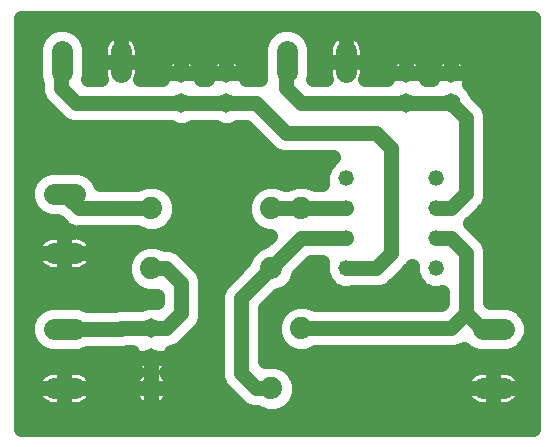
<source format=gbl>
G75*
%MOIN*%
%OFA0B0*%
%FSLAX24Y24*%
%IPPOS*%
%LPD*%
%AMOC8*
5,1,8,0,0,1.08239X$1,22.5*
%
%ADD10C,0.0520*%
%ADD11C,0.0740*%
%ADD12C,0.0650*%
%ADD13C,0.0700*%
%ADD14C,0.0500*%
D10*
X019333Y010000D03*
X019333Y011000D03*
X019333Y012000D03*
X019333Y013000D03*
X022333Y013000D03*
X022333Y012000D03*
X022333Y011000D03*
X022333Y010000D03*
D11*
X017833Y008000D03*
X016833Y006000D03*
X012833Y006000D03*
X012833Y010000D03*
X012833Y012000D03*
X016833Y012000D03*
X017833Y012000D03*
X016833Y010000D03*
D12*
X012833Y008000D03*
X012833Y007000D03*
X013833Y015500D03*
X013833Y016500D03*
X015333Y016500D03*
X015333Y015500D03*
X021333Y015500D03*
X022833Y015500D03*
X022833Y016500D03*
X021333Y016500D03*
D13*
X019318Y016544D02*
X019318Y017244D01*
X017349Y017244D02*
X017349Y016544D01*
X011818Y016544D02*
X011818Y017244D01*
X009849Y017244D02*
X009849Y016544D01*
X009590Y012484D02*
X010290Y012484D01*
X010290Y010516D02*
X009590Y010516D01*
X009590Y007984D02*
X010290Y007984D01*
X010290Y006016D02*
X009590Y006016D01*
X023877Y006016D02*
X024577Y006016D01*
X024577Y007984D02*
X023877Y007984D01*
D14*
X008483Y004650D02*
X008483Y018346D01*
X025553Y018346D01*
X025553Y004650D01*
X008483Y004650D01*
X008483Y004957D02*
X025553Y004957D01*
X024967Y005432D02*
X024887Y005387D01*
X024803Y005351D01*
X024714Y005328D01*
X024623Y005316D01*
X024227Y005316D01*
X024227Y006016D01*
X024227Y006716D01*
X023831Y006716D01*
X023740Y006704D01*
X023652Y006680D01*
X023567Y006645D01*
X023487Y006599D01*
X023415Y006543D01*
X023350Y006478D01*
X023294Y006405D01*
X023248Y006326D01*
X023213Y006241D01*
X023189Y006153D01*
X023177Y006062D01*
X023177Y006016D01*
X024227Y006016D01*
X024227Y006016D01*
X024227Y006716D01*
X024623Y006716D01*
X024714Y006704D01*
X024803Y006680D01*
X024887Y006645D01*
X024967Y006599D01*
X025040Y006543D01*
X025104Y006478D01*
X025160Y006405D01*
X025206Y006326D01*
X025241Y006241D01*
X025265Y006153D01*
X025277Y006062D01*
X025277Y006016D01*
X024227Y006016D01*
X024227Y006016D01*
X024227Y006016D01*
X023177Y006016D01*
X023177Y005970D01*
X023189Y005879D01*
X023213Y005790D01*
X023248Y005705D01*
X023294Y005626D01*
X023350Y005553D01*
X023415Y005488D01*
X023487Y005432D01*
X023567Y005387D01*
X023652Y005351D01*
X023740Y005328D01*
X023831Y005316D01*
X024227Y005316D01*
X024227Y006016D01*
X025277Y006016D01*
X025277Y005970D01*
X025265Y005879D01*
X025241Y005790D01*
X025206Y005705D01*
X025160Y005626D01*
X025104Y005553D01*
X025040Y005488D01*
X024967Y005432D01*
X024996Y005455D02*
X025553Y005455D01*
X025553Y005954D02*
X025275Y005954D01*
X025125Y006452D02*
X025553Y006452D01*
X025553Y006951D02*
X016633Y006951D01*
X016650Y006920D02*
X016633Y006913D01*
X016633Y008669D01*
X017065Y009100D01*
X017354Y009220D01*
X017613Y009479D01*
X017733Y009769D01*
X018165Y010200D01*
X018539Y010200D01*
X018523Y010161D01*
X018523Y009839D01*
X018647Y009541D01*
X018875Y009313D01*
X019172Y009190D01*
X019494Y009190D01*
X019519Y009200D01*
X020492Y009200D01*
X020786Y009322D01*
X021012Y009547D01*
X021286Y009822D01*
X021512Y010047D01*
X021523Y010075D01*
X021523Y009839D01*
X021647Y009541D01*
X021875Y009313D01*
X022172Y009190D01*
X022494Y009190D01*
X022533Y009206D01*
X022533Y008831D01*
X022502Y008800D01*
X018306Y008800D01*
X018016Y008920D01*
X017650Y008920D01*
X017312Y008780D01*
X017053Y008521D01*
X016913Y008183D01*
X016913Y007817D01*
X017053Y007479D01*
X017312Y007220D01*
X017650Y007080D01*
X018016Y007080D01*
X018306Y007200D01*
X022992Y007200D01*
X023272Y007316D01*
X023367Y007221D01*
X023698Y007084D01*
X024756Y007084D01*
X025087Y007221D01*
X025340Y007474D01*
X025477Y007805D01*
X025477Y008163D01*
X025340Y008494D01*
X025087Y008747D01*
X024756Y008884D01*
X024133Y008884D01*
X024133Y010659D01*
X024012Y010953D01*
X023786Y011178D01*
X023465Y011500D01*
X023512Y011547D01*
X024012Y012047D01*
X024133Y012341D01*
X024133Y015159D01*
X024012Y015453D01*
X023650Y015815D01*
X023575Y015996D01*
X023414Y016156D01*
X023440Y016201D01*
X023474Y016283D01*
X023497Y016368D01*
X023508Y016456D01*
X023508Y016500D01*
X023508Y016544D01*
X023497Y016632D01*
X023474Y016717D01*
X023440Y016799D01*
X023396Y016876D01*
X023342Y016946D01*
X023279Y017009D01*
X023209Y017062D01*
X023133Y017107D01*
X023051Y017141D01*
X022965Y017163D01*
X022878Y017175D01*
X022833Y017175D01*
X022789Y017175D01*
X022701Y017163D01*
X022616Y017141D01*
X022534Y017107D01*
X022458Y017062D01*
X022387Y017009D01*
X022325Y016946D01*
X022271Y016876D01*
X022227Y016799D01*
X022193Y016717D01*
X022170Y016632D01*
X022158Y016544D01*
X022158Y016500D01*
X022833Y016500D01*
X022158Y016500D01*
X022158Y016456D01*
X022170Y016368D01*
X022188Y016300D01*
X021979Y016300D01*
X021997Y016368D01*
X022008Y016456D01*
X022008Y016500D01*
X022008Y016544D01*
X021997Y016632D01*
X021974Y016717D01*
X021940Y016799D01*
X021896Y016876D01*
X021842Y016946D01*
X021779Y017009D01*
X021709Y017062D01*
X021633Y017107D01*
X021551Y017141D01*
X021465Y017163D01*
X021378Y017175D01*
X021333Y017175D01*
X021289Y017175D01*
X021201Y017163D01*
X021116Y017141D01*
X021034Y017107D01*
X020958Y017062D01*
X020887Y017009D01*
X020825Y016946D01*
X020771Y016876D01*
X020727Y016799D01*
X020693Y016717D01*
X020670Y016632D01*
X020658Y016544D01*
X020658Y016500D01*
X021333Y016500D01*
X020658Y016500D01*
X020658Y016456D01*
X020670Y016368D01*
X020688Y016300D01*
X019974Y016300D01*
X019982Y016318D01*
X020006Y016407D01*
X020018Y016498D01*
X020018Y016894D01*
X020018Y017290D01*
X020006Y017381D01*
X019982Y017469D01*
X019947Y017554D01*
X019901Y017633D01*
X019845Y017706D01*
X019780Y017771D01*
X019707Y017827D01*
X019628Y017873D01*
X019543Y017908D01*
X019454Y017932D01*
X019363Y017944D01*
X019318Y017944D01*
X019318Y016894D01*
X020018Y016894D01*
X019318Y016894D01*
X019318Y016894D01*
X019318Y016894D01*
X019318Y017944D01*
X019272Y017944D01*
X019181Y017932D01*
X019092Y017908D01*
X019007Y017873D01*
X018928Y017827D01*
X018855Y017771D01*
X018790Y017706D01*
X018734Y017633D01*
X018688Y017554D01*
X018653Y017469D01*
X018630Y017381D01*
X018618Y017290D01*
X018618Y016894D01*
X019318Y016894D01*
X019318Y016894D01*
X018618Y016894D01*
X018618Y016498D01*
X018630Y016407D01*
X018653Y016318D01*
X018661Y016300D01*
X018222Y016300D01*
X018249Y016365D01*
X018249Y017423D01*
X018112Y017754D01*
X017859Y018007D01*
X017528Y018144D01*
X017170Y018144D01*
X016839Y018007D01*
X016586Y017754D01*
X016449Y017423D01*
X016449Y016365D01*
X016476Y016300D01*
X015979Y016300D01*
X015997Y016368D01*
X016008Y016456D01*
X016008Y016500D01*
X016008Y016544D01*
X015997Y016632D01*
X015974Y016717D01*
X015940Y016799D01*
X015896Y016876D01*
X015842Y016946D01*
X015779Y017009D01*
X015709Y017062D01*
X015633Y017107D01*
X015551Y017141D01*
X015465Y017163D01*
X015378Y017175D01*
X015333Y017175D01*
X015289Y017175D01*
X015201Y017163D01*
X015116Y017141D01*
X015034Y017107D01*
X014958Y017062D01*
X014887Y017009D01*
X014825Y016946D01*
X014771Y016876D01*
X014727Y016799D01*
X014693Y016717D01*
X014670Y016632D01*
X014658Y016544D01*
X014658Y016500D01*
X015333Y016500D01*
X014658Y016500D01*
X014658Y016456D01*
X014670Y016368D01*
X014688Y016300D01*
X014479Y016300D01*
X014497Y016368D01*
X014508Y016456D01*
X014508Y016500D01*
X014508Y016544D01*
X014497Y016632D01*
X014474Y016717D01*
X014440Y016799D01*
X014396Y016876D01*
X014342Y016946D01*
X014279Y017009D01*
X014209Y017062D01*
X014133Y017107D01*
X014051Y017141D01*
X013965Y017163D01*
X013878Y017175D01*
X013833Y017175D01*
X013789Y017175D01*
X013701Y017163D01*
X013616Y017141D01*
X013534Y017107D01*
X013458Y017062D01*
X013387Y017009D01*
X013325Y016946D01*
X013271Y016876D01*
X013227Y016799D01*
X013193Y016717D01*
X013170Y016632D01*
X013158Y016544D01*
X013158Y016500D01*
X013833Y016500D01*
X013158Y016500D01*
X013158Y016456D01*
X013170Y016368D01*
X013188Y016300D01*
X012474Y016300D01*
X012482Y016318D01*
X012506Y016407D01*
X012518Y016498D01*
X012518Y016894D01*
X012518Y017290D01*
X012506Y017381D01*
X012482Y017469D01*
X012447Y017554D01*
X012401Y017633D01*
X012345Y017706D01*
X012280Y017771D01*
X012207Y017827D01*
X012128Y017873D01*
X012043Y017908D01*
X011954Y017932D01*
X011863Y017944D01*
X011818Y017944D01*
X011818Y016894D01*
X012518Y016894D01*
X011818Y016894D01*
X011818Y016894D01*
X011818Y016894D01*
X011818Y017944D01*
X011772Y017944D01*
X011681Y017932D01*
X011592Y017908D01*
X011507Y017873D01*
X011428Y017827D01*
X011355Y017771D01*
X011290Y017706D01*
X011234Y017633D01*
X011188Y017554D01*
X011153Y017469D01*
X011130Y017381D01*
X011118Y017290D01*
X011118Y016894D01*
X011818Y016894D01*
X011818Y016894D01*
X011118Y016894D01*
X011118Y016498D01*
X011130Y016407D01*
X011153Y016318D01*
X011161Y016300D01*
X010722Y016300D01*
X010749Y016365D01*
X010749Y017423D01*
X010612Y017754D01*
X010359Y018007D01*
X010028Y018144D01*
X009670Y018144D01*
X009339Y018007D01*
X009086Y017754D01*
X008949Y017423D01*
X008949Y016365D01*
X009033Y016161D01*
X009033Y015841D01*
X009155Y015547D01*
X009880Y014822D01*
X010174Y014700D01*
X013478Y014700D01*
X013659Y014625D01*
X014007Y014625D01*
X014188Y014700D01*
X014978Y014700D01*
X015159Y014625D01*
X015507Y014625D01*
X015688Y014700D01*
X016002Y014700D01*
X016655Y014047D01*
X016655Y014047D01*
X016880Y013822D01*
X017174Y013700D01*
X018907Y013700D01*
X018875Y013687D01*
X018647Y013459D01*
X018523Y013161D01*
X018523Y012839D01*
X018539Y012800D01*
X018306Y012800D01*
X018016Y012920D01*
X017650Y012920D01*
X017361Y012800D01*
X017306Y012800D01*
X017016Y012920D01*
X016650Y012920D01*
X016312Y012780D01*
X016053Y012521D01*
X015913Y012183D01*
X015913Y011817D01*
X016053Y011479D01*
X016312Y011220D01*
X016650Y011080D01*
X016782Y011080D01*
X016602Y010900D01*
X016312Y010780D01*
X016053Y010521D01*
X015933Y010231D01*
X015380Y009678D01*
X015155Y009453D01*
X015033Y009159D01*
X015033Y006341D01*
X015155Y006047D01*
X015655Y005547D01*
X015880Y005322D01*
X016174Y005200D01*
X016361Y005200D01*
X016650Y005080D01*
X017016Y005080D01*
X017354Y005220D01*
X017613Y005479D01*
X017753Y005817D01*
X017753Y006183D01*
X017613Y006521D01*
X017354Y006780D01*
X017016Y006920D01*
X016650Y006920D01*
X016633Y007449D02*
X017083Y007449D01*
X016913Y007948D02*
X016633Y007948D01*
X016633Y008446D02*
X017022Y008446D01*
X017833Y008000D02*
X022833Y008000D01*
X023333Y008500D01*
X023849Y007984D01*
X024227Y007984D01*
X023333Y008500D02*
X023333Y010500D01*
X022833Y011000D01*
X022333Y011000D01*
X023528Y011437D02*
X025553Y011437D01*
X025553Y011936D02*
X023900Y011936D01*
X024133Y012434D02*
X025553Y012434D01*
X025553Y012933D02*
X024133Y012933D01*
X024133Y013431D02*
X025553Y013431D01*
X025553Y013930D02*
X024133Y013930D01*
X024133Y014428D02*
X025553Y014428D01*
X025553Y014927D02*
X024133Y014927D01*
X024023Y015425D02*
X025553Y015425D01*
X025553Y015924D02*
X023605Y015924D01*
X023504Y016422D02*
X025553Y016422D01*
X025553Y016921D02*
X023361Y016921D01*
X023508Y016500D02*
X022833Y016500D01*
X022833Y016500D01*
X022833Y017175D01*
X022833Y016500D01*
X022833Y016500D01*
X022833Y016500D01*
X023508Y016500D01*
X022833Y016921D02*
X022833Y016921D01*
X022305Y016921D02*
X021861Y016921D01*
X021333Y016921D02*
X021333Y016921D01*
X021333Y017175D02*
X021333Y016500D01*
X021333Y016500D01*
X021333Y017175D01*
X020805Y016921D02*
X020018Y016921D01*
X019318Y016921D02*
X019318Y016921D01*
X018618Y016921D02*
X018249Y016921D01*
X017349Y016894D02*
X017333Y016878D01*
X017333Y016000D01*
X017833Y015500D01*
X021333Y015500D01*
X022833Y015500D01*
X023333Y015000D01*
X023333Y012500D01*
X022833Y012000D01*
X022333Y012000D01*
X024018Y010939D02*
X025553Y010939D01*
X025553Y010440D02*
X024133Y010440D01*
X024133Y009942D02*
X025553Y009942D01*
X025553Y009443D02*
X024133Y009443D01*
X024133Y008945D02*
X025553Y008945D01*
X025553Y008446D02*
X025360Y008446D01*
X025477Y007948D02*
X025553Y007948D01*
X025553Y007449D02*
X025315Y007449D01*
X024227Y006452D02*
X024227Y006452D01*
X024227Y006016D02*
X024227Y006016D01*
X024227Y005954D02*
X024227Y005954D01*
X024227Y005455D02*
X024227Y005455D01*
X023458Y005455D02*
X017589Y005455D01*
X017753Y005954D02*
X023179Y005954D01*
X023329Y006452D02*
X017642Y006452D01*
X016833Y006000D02*
X016333Y006000D01*
X015833Y006500D01*
X015833Y009000D01*
X016833Y010000D01*
X017833Y011000D01*
X019333Y011000D01*
X020333Y010000D02*
X020833Y010500D01*
X020833Y014000D01*
X020333Y014500D01*
X017333Y014500D01*
X016333Y015500D01*
X015333Y015500D01*
X013833Y015500D01*
X010333Y015500D01*
X009833Y016000D01*
X009833Y016878D01*
X010749Y016921D02*
X011118Y016921D01*
X011818Y016921D02*
X011818Y016921D01*
X012518Y016921D02*
X013305Y016921D01*
X013833Y016921D02*
X013833Y016921D01*
X013833Y017175D02*
X013833Y016500D01*
X013833Y016500D01*
X013833Y017175D01*
X014361Y016921D02*
X014805Y016921D01*
X014508Y016500D02*
X013833Y016500D01*
X013833Y016500D01*
X013833Y016500D01*
X014508Y016500D01*
X014504Y016422D02*
X014663Y016422D01*
X015333Y016500D02*
X015333Y016500D01*
X015333Y017175D01*
X015333Y016500D01*
X015333Y016500D01*
X016008Y016500D01*
X015333Y016500D01*
X015333Y016500D01*
X015333Y016921D02*
X015333Y016921D01*
X015861Y016921D02*
X016449Y016921D01*
X016449Y017419D02*
X012495Y017419D01*
X011818Y017419D02*
X011818Y017419D01*
X011818Y017918D02*
X011818Y017918D01*
X012007Y017918D02*
X016750Y017918D01*
X017948Y017918D02*
X019128Y017918D01*
X019318Y017918D02*
X019318Y017918D01*
X019507Y017918D02*
X025553Y017918D01*
X025553Y017419D02*
X019995Y017419D01*
X019318Y017419D02*
X019318Y017419D01*
X018640Y017419D02*
X018249Y017419D01*
X018249Y016422D02*
X018628Y016422D01*
X020008Y016422D02*
X020663Y016422D01*
X021333Y016500D02*
X021333Y016500D01*
X022008Y016500D01*
X021333Y016500D01*
X021333Y016500D01*
X022004Y016422D02*
X022163Y016422D01*
X018635Y013431D02*
X008483Y013431D01*
X008827Y012994D02*
X009080Y013247D01*
X009411Y013384D01*
X010469Y013384D01*
X010799Y013247D01*
X011053Y012994D01*
X011133Y012800D01*
X012361Y012800D01*
X012650Y012920D01*
X013016Y012920D01*
X013354Y012780D01*
X013613Y012521D01*
X013753Y012183D01*
X013753Y011817D01*
X013613Y011479D01*
X013354Y011220D01*
X013016Y011080D01*
X012650Y011080D01*
X012361Y011200D01*
X010441Y011200D01*
X010515Y011180D01*
X010600Y011145D01*
X010679Y011099D01*
X010752Y011043D01*
X010817Y010978D01*
X010873Y010905D01*
X010919Y010826D01*
X010954Y010741D01*
X010978Y010653D01*
X010990Y010562D01*
X010990Y010516D01*
X009940Y010516D01*
X009940Y010516D01*
X009940Y010516D01*
X009940Y011216D01*
X010227Y011216D01*
X009971Y011322D01*
X009746Y011547D01*
X009708Y011584D01*
X009411Y011584D01*
X009080Y011721D01*
X008827Y011974D01*
X008690Y012305D01*
X008690Y012663D01*
X008827Y012994D01*
X008801Y012933D02*
X008483Y012933D01*
X008483Y012434D02*
X008690Y012434D01*
X008866Y011936D02*
X008483Y011936D01*
X008483Y011437D02*
X009856Y011437D01*
X009940Y011216D02*
X009544Y011216D01*
X009453Y011204D01*
X009364Y011180D01*
X009279Y011145D01*
X009200Y011099D01*
X009127Y011043D01*
X009062Y010978D01*
X009006Y010905D01*
X008960Y010826D01*
X008925Y010741D01*
X008902Y010653D01*
X008890Y010562D01*
X008890Y010516D01*
X009940Y010516D01*
X010990Y010516D01*
X010990Y010470D01*
X010978Y010379D01*
X010954Y010290D01*
X010919Y010205D01*
X010873Y010126D01*
X010817Y010053D01*
X010752Y009988D01*
X010679Y009932D01*
X010600Y009887D01*
X010515Y009851D01*
X010426Y009828D01*
X010336Y009816D01*
X009940Y009816D01*
X009940Y010516D01*
X009940Y011216D01*
X009940Y010939D02*
X009940Y010939D01*
X009940Y010516D02*
X009940Y010516D01*
X009940Y010516D01*
X009940Y009816D01*
X009544Y009816D01*
X009453Y009828D01*
X009364Y009851D01*
X009279Y009887D01*
X009200Y009932D01*
X009127Y009988D01*
X009062Y010053D01*
X009006Y010126D01*
X008960Y010205D01*
X008925Y010290D01*
X008902Y010379D01*
X008890Y010470D01*
X008890Y010516D01*
X009940Y010516D01*
X009940Y010440D02*
X009940Y010440D01*
X009940Y009942D02*
X009940Y009942D01*
X010691Y009942D02*
X011913Y009942D01*
X011913Y009817D02*
X012053Y009479D01*
X012312Y009220D01*
X012650Y009080D01*
X013016Y009080D01*
X013033Y009087D01*
X013033Y008864D01*
X013007Y008875D01*
X012659Y008875D01*
X012478Y008800D01*
X011674Y008800D01*
X011636Y008784D01*
X010710Y008784D01*
X010469Y008884D01*
X009411Y008884D01*
X009080Y008747D01*
X008827Y008494D01*
X008690Y008163D01*
X008690Y007805D01*
X008827Y007474D01*
X009080Y007221D01*
X009411Y007084D01*
X010469Y007084D01*
X010710Y007184D01*
X011977Y007184D01*
X012015Y007200D01*
X012188Y007200D01*
X012170Y007132D01*
X012158Y007044D01*
X012158Y007000D01*
X012833Y007000D01*
X012158Y007000D01*
X012158Y006956D01*
X012170Y006868D01*
X012193Y006783D01*
X012227Y006701D01*
X012271Y006624D01*
X012325Y006554D01*
X012347Y006532D01*
X012291Y006476D01*
X012233Y006401D01*
X012186Y006319D01*
X012150Y006232D01*
X012126Y006141D01*
X012113Y006047D01*
X012113Y006000D01*
X012113Y005953D01*
X012126Y005859D01*
X012150Y005768D01*
X012186Y005681D01*
X012233Y005599D01*
X012291Y005524D01*
X012358Y005458D01*
X012432Y005400D01*
X012514Y005353D01*
X012601Y005317D01*
X012693Y005292D01*
X012786Y005280D01*
X012833Y005280D01*
X012833Y006000D01*
X012113Y006000D01*
X012833Y006000D01*
X012833Y006000D01*
X012833Y006000D01*
X012833Y007000D01*
X012833Y007000D01*
X012833Y007000D01*
X012833Y006325D01*
X012833Y006000D01*
X012833Y006000D01*
X012833Y005280D01*
X012881Y005280D01*
X012974Y005292D01*
X013065Y005317D01*
X013152Y005353D01*
X013234Y005400D01*
X013309Y005458D01*
X013376Y005524D01*
X013433Y005599D01*
X013480Y005681D01*
X013517Y005768D01*
X013541Y005859D01*
X013553Y005953D01*
X013553Y006000D01*
X012833Y006000D01*
X013553Y006000D01*
X013553Y006047D01*
X013541Y006141D01*
X013517Y006232D01*
X013480Y006319D01*
X013433Y006401D01*
X013376Y006476D01*
X013320Y006532D01*
X013342Y006554D01*
X013396Y006624D01*
X013440Y006701D01*
X013474Y006783D01*
X013497Y006868D01*
X013508Y006956D01*
X013508Y007000D01*
X013508Y007044D01*
X013497Y007132D01*
X013479Y007200D01*
X013492Y007200D01*
X013786Y007322D01*
X014286Y007822D01*
X014512Y008047D01*
X014633Y008341D01*
X014633Y009659D01*
X014512Y009953D01*
X014012Y010453D01*
X013786Y010678D01*
X013492Y010800D01*
X013306Y010800D01*
X013016Y010920D01*
X012650Y010920D01*
X012312Y010780D01*
X012053Y010521D01*
X011913Y010183D01*
X011913Y009817D01*
X012089Y009443D02*
X008483Y009443D01*
X008483Y008945D02*
X013033Y008945D01*
X013833Y008500D02*
X013833Y009500D01*
X013333Y010000D01*
X012833Y010000D01*
X012020Y010440D02*
X010986Y010440D01*
X010848Y010939D02*
X016640Y010939D01*
X016095Y011437D02*
X013571Y011437D01*
X013753Y011936D02*
X015913Y011936D01*
X016833Y012000D02*
X017833Y012000D01*
X019333Y012000D01*
X018523Y012933D02*
X011078Y012933D01*
X010424Y012000D02*
X009940Y012484D01*
X010424Y012000D02*
X012833Y012000D01*
X013649Y012434D02*
X016017Y012434D01*
X016772Y013930D02*
X008483Y013930D01*
X008483Y014428D02*
X016274Y014428D01*
X016449Y016422D02*
X016004Y016422D01*
X013163Y016422D02*
X012508Y016422D01*
X011128Y016422D02*
X010749Y016422D01*
X009277Y015425D02*
X008483Y015425D01*
X008483Y014927D02*
X009775Y014927D01*
X009033Y015924D02*
X008483Y015924D01*
X008483Y016422D02*
X008949Y016422D01*
X008949Y016921D02*
X008483Y016921D01*
X008483Y017419D02*
X008949Y017419D01*
X009250Y017918D02*
X008483Y017918D01*
X010448Y017918D02*
X011628Y017918D01*
X011140Y017419D02*
X010749Y017419D01*
X009032Y010939D02*
X008483Y010939D01*
X008483Y010440D02*
X008894Y010440D01*
X009188Y009942D02*
X008483Y009942D01*
X008483Y008446D02*
X008807Y008446D01*
X008690Y007948D02*
X008483Y007948D01*
X008483Y007449D02*
X008852Y007449D01*
X008483Y006951D02*
X012159Y006951D01*
X012273Y006452D02*
X010837Y006452D01*
X010817Y006478D02*
X010873Y006405D01*
X010919Y006326D01*
X010954Y006241D01*
X010978Y006153D01*
X010990Y006062D01*
X010990Y006016D01*
X009940Y006016D01*
X009940Y006016D01*
X009940Y006016D01*
X009940Y006716D01*
X010336Y006716D01*
X010426Y006704D01*
X010515Y006680D01*
X010600Y006645D01*
X010679Y006599D01*
X010752Y006543D01*
X010817Y006478D01*
X010990Y006016D02*
X009940Y006016D01*
X009940Y006716D01*
X009544Y006716D01*
X009453Y006704D01*
X009364Y006680D01*
X009279Y006645D01*
X009200Y006599D01*
X009127Y006543D01*
X009062Y006478D01*
X009006Y006405D01*
X008960Y006326D01*
X008925Y006241D01*
X008902Y006153D01*
X008890Y006062D01*
X008890Y006016D01*
X009940Y006016D01*
X009940Y005316D01*
X010336Y005316D01*
X010426Y005328D01*
X010515Y005351D01*
X010600Y005387D01*
X010679Y005432D01*
X010752Y005488D01*
X010817Y005553D01*
X010873Y005626D01*
X010919Y005705D01*
X010954Y005790D01*
X010978Y005879D01*
X010990Y005970D01*
X010990Y006016D01*
X010987Y005954D02*
X012113Y005954D01*
X012361Y005455D02*
X010709Y005455D01*
X009940Y005455D02*
X009940Y005455D01*
X009940Y005316D02*
X009544Y005316D01*
X009453Y005328D01*
X009364Y005351D01*
X009279Y005387D01*
X009200Y005432D01*
X009127Y005488D01*
X009062Y005553D01*
X009006Y005626D01*
X008960Y005705D01*
X008925Y005790D01*
X008902Y005879D01*
X008890Y005970D01*
X008890Y006016D01*
X009940Y006016D01*
X009940Y006016D01*
X009940Y006016D01*
X009940Y005316D01*
X009171Y005455D02*
X008483Y005455D01*
X008483Y005954D02*
X008892Y005954D01*
X009042Y006452D02*
X008483Y006452D01*
X009940Y006452D02*
X009940Y006452D01*
X009940Y005954D02*
X009940Y005954D01*
X012833Y005954D02*
X012833Y005954D01*
X012833Y006000D02*
X012833Y006000D01*
X012833Y006452D02*
X012833Y006452D01*
X012833Y006951D02*
X012833Y006951D01*
X012833Y007000D02*
X012833Y007000D01*
X013508Y007000D01*
X012833Y007000D01*
X013508Y006951D02*
X015033Y006951D01*
X015033Y006452D02*
X013394Y006452D01*
X013553Y005954D02*
X015248Y005954D01*
X015747Y005455D02*
X013306Y005455D01*
X012833Y005455D02*
X012833Y005455D01*
X013914Y007449D02*
X015033Y007449D01*
X015033Y007948D02*
X014412Y007948D01*
X014633Y008446D02*
X015033Y008446D01*
X015033Y008945D02*
X014633Y008945D01*
X014633Y009443D02*
X015151Y009443D01*
X015643Y009942D02*
X014516Y009942D01*
X014025Y010440D02*
X016020Y010440D01*
X017577Y009443D02*
X018745Y009443D01*
X018523Y009942D02*
X017906Y009942D01*
X016909Y008945D02*
X022533Y008945D01*
X021745Y009443D02*
X020908Y009443D01*
X021406Y009942D02*
X021523Y009942D01*
X020333Y010000D02*
X019333Y010000D01*
X013833Y008500D02*
X013333Y008000D01*
X012833Y008000D01*
X011833Y008000D01*
X011818Y007984D01*
X009940Y007984D01*
M02*

</source>
